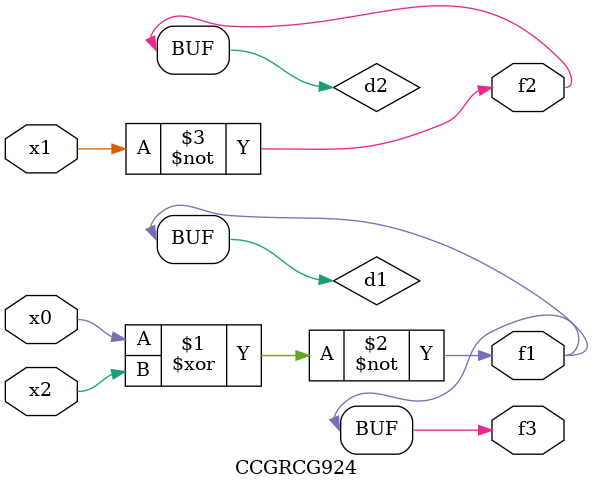
<source format=v>
module CCGRCG924(
	input x0, x1, x2,
	output f1, f2, f3
);

	wire d1, d2, d3;

	xnor (d1, x0, x2);
	nand (d2, x1);
	nor (d3, x1, x2);
	assign f1 = d1;
	assign f2 = d2;
	assign f3 = d1;
endmodule

</source>
